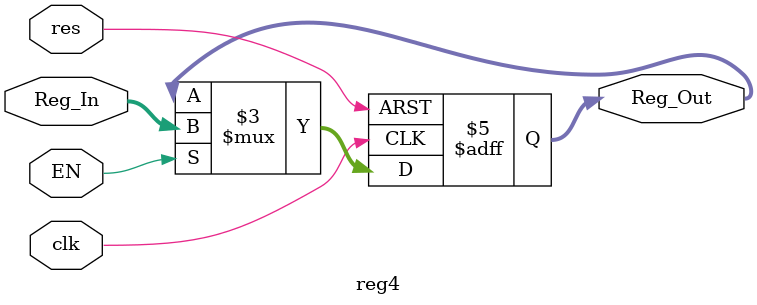
<source format=v>
`timescale 1ns/1ps

module reg8 (output reg [7:0] Reg_Out, 
              input wire clk, res, EN,
              input wire [7:0] Reg_In);
  
  always @ (posedge clk or negedge res)
  	begin: REGISTER	  	
  		if (!res)
  			Reg_Out <= 8'h00;
  		else if (EN)
  			Reg_Out <= Reg_In;
  		
  	end
  
endmodule

module reg4 (output reg [3:0] Reg_Out, 
              input wire clk, res, EN,
              input wire [3:0] Reg_In);
  
  always @ (posedge clk or negedge res)
  	begin: REGISTER	  	
  		if (!res)
  			Reg_Out <= 4'h0;
  		else if (EN)
  			Reg_Out <= Reg_In;
  		
  	end
  
endmodule
</source>
